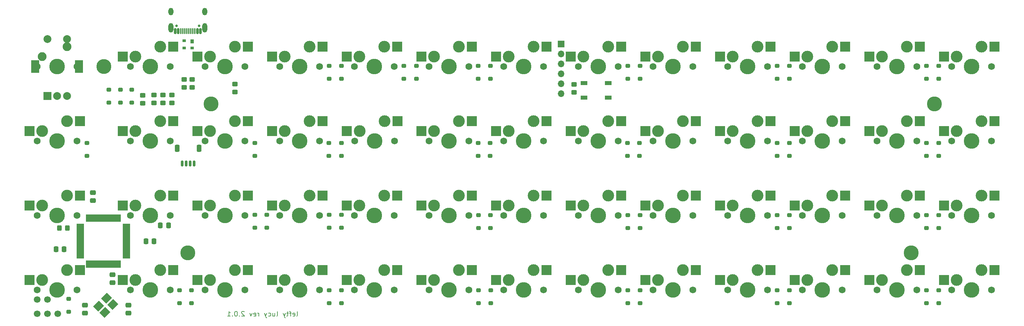
<source format=gbs>
G04 #@! TF.GenerationSoftware,KiCad,Pcbnew,(6.0.5-0)*
G04 #@! TF.CreationDate,2022-09-07T06:39:23-05:00*
G04 #@! TF.ProjectId,pcb,7063622e-6b69-4636-9164-5f7063625858,rev?*
G04 #@! TF.SameCoordinates,Original*
G04 #@! TF.FileFunction,Soldermask,Bot*
G04 #@! TF.FilePolarity,Negative*
%FSLAX46Y46*%
G04 Gerber Fmt 4.6, Leading zero omitted, Abs format (unit mm)*
G04 Created by KiCad (PCBNEW (6.0.5-0)) date 2022-09-07 06:39:23*
%MOMM*%
%LPD*%
G01*
G04 APERTURE LIST*
G04 Aperture macros list*
%AMRoundRect*
0 Rectangle with rounded corners*
0 $1 Rounding radius*
0 $2 $3 $4 $5 $6 $7 $8 $9 X,Y pos of 4 corners*
0 Add a 4 corners polygon primitive as box body*
4,1,4,$2,$3,$4,$5,$6,$7,$8,$9,$2,$3,0*
0 Add four circle primitives for the rounded corners*
1,1,$1+$1,$2,$3*
1,1,$1+$1,$4,$5*
1,1,$1+$1,$6,$7*
1,1,$1+$1,$8,$9*
0 Add four rect primitives between the rounded corners*
20,1,$1+$1,$2,$3,$4,$5,0*
20,1,$1+$1,$4,$5,$6,$7,0*
20,1,$1+$1,$6,$7,$8,$9,0*
20,1,$1+$1,$8,$9,$2,$3,0*%
%AMRotRect*
0 Rectangle, with rotation*
0 The origin of the aperture is its center*
0 $1 length*
0 $2 width*
0 $3 Rotation angle, in degrees counterclockwise*
0 Add horizontal line*
21,1,$1,$2,0,0,$3*%
G04 Aperture macros list end*
%ADD10C,0.200000*%
%ADD11C,3.000000*%
%ADD12C,1.750000*%
%ADD13C,3.987800*%
%ADD14R,2.550000X2.500000*%
%ADD15R,2.000000X2.000000*%
%ADD16C,2.000000*%
%ADD17R,2.000000X3.200000*%
%ADD18C,3.800000*%
%ADD19C,2.250000*%
%ADD20RoundRect,0.250000X0.475000X-0.337500X0.475000X0.337500X-0.475000X0.337500X-0.475000X-0.337500X0*%
%ADD21RoundRect,0.250000X0.350000X-0.250000X0.350000X0.250000X-0.350000X0.250000X-0.350000X-0.250000X0*%
%ADD22O,1.700000X1.700000*%
%ADD23R,1.700000X1.700000*%
%ADD24R,1.800000X1.100000*%
%ADD25RoundRect,0.200000X0.750000X0.250000X-0.750000X0.250000X-0.750000X-0.250000X0.750000X-0.250000X0*%
%ADD26RoundRect,0.200000X0.250000X0.750000X-0.250000X0.750000X-0.250000X-0.750000X0.250000X-0.750000X0*%
%ADD27RoundRect,0.250000X-0.475000X0.337500X-0.475000X-0.337500X0.475000X-0.337500X0.475000X0.337500X0*%
%ADD28RotRect,2.100000X1.800000X225.000000*%
%ADD29RoundRect,0.249999X0.450001X-0.325001X0.450001X0.325001X-0.450001X0.325001X-0.450001X-0.325001X0*%
%ADD30C,0.650000*%
%ADD31RoundRect,0.150000X-0.150000X-0.575000X0.150000X-0.575000X0.150000X0.575000X-0.150000X0.575000X0*%
%ADD32RoundRect,0.075000X-0.075000X-0.650000X0.075000X-0.650000X0.075000X0.650000X-0.075000X0.650000X0*%
%ADD33O,1.300000X2.400000*%
%ADD34O,1.300000X1.900000*%
%ADD35RoundRect,0.249999X-0.450001X0.325001X-0.450001X-0.325001X0.450001X-0.325001X0.450001X0.325001X0*%
%ADD36RoundRect,0.250000X0.337500X0.475000X-0.337500X0.475000X-0.337500X-0.475000X0.337500X-0.475000X0*%
%ADD37RoundRect,0.250000X-0.337500X-0.475000X0.337500X-0.475000X0.337500X0.475000X-0.337500X0.475000X0*%
%ADD38RoundRect,0.249999X-0.325001X-0.450001X0.325001X-0.450001X0.325001X0.450001X-0.325001X0.450001X0*%
%ADD39RoundRect,0.050000X-0.350000X0.500000X-0.350000X-0.500000X0.350000X-0.500000X0.350000X0.500000X0*%
%ADD40RoundRect,0.050000X-0.350000X0.300000X-0.350000X-0.300000X0.350000X-0.300000X0.350000X0.300000X0*%
%ADD41C,1.700000*%
%ADD42RoundRect,0.150000X-0.150000X-0.625000X0.150000X-0.625000X0.150000X0.625000X-0.150000X0.625000X0*%
%ADD43RoundRect,0.250000X-0.350000X-0.650000X0.350000X-0.650000X0.350000X0.650000X-0.350000X0.650000X0*%
G04 APERTURE END LIST*
D10*
X124173356Y-117065476D02*
X124292403Y-117005952D01*
X124351927Y-116886904D01*
X124351927Y-115815476D01*
X123220975Y-117005952D02*
X123340022Y-117065476D01*
X123578118Y-117065476D01*
X123697165Y-117005952D01*
X123756689Y-116886904D01*
X123756689Y-116410714D01*
X123697165Y-116291666D01*
X123578118Y-116232142D01*
X123340022Y-116232142D01*
X123220975Y-116291666D01*
X123161451Y-116410714D01*
X123161451Y-116529761D01*
X123756689Y-116648809D01*
X122804308Y-116232142D02*
X122328118Y-116232142D01*
X122625737Y-117065476D02*
X122625737Y-115994047D01*
X122566213Y-115875000D01*
X122447165Y-115815476D01*
X122328118Y-115815476D01*
X122090022Y-116232142D02*
X121613832Y-116232142D01*
X121911451Y-115815476D02*
X121911451Y-116886904D01*
X121851927Y-117005952D01*
X121732880Y-117065476D01*
X121613832Y-117065476D01*
X121316213Y-116232142D02*
X121018594Y-117065476D01*
X120720975Y-116232142D02*
X121018594Y-117065476D01*
X121137641Y-117363095D01*
X121197165Y-117422619D01*
X121316213Y-117482142D01*
X119113832Y-117065476D02*
X119232880Y-117005952D01*
X119292403Y-116886904D01*
X119292403Y-115815476D01*
X118101927Y-116232142D02*
X118101927Y-117065476D01*
X118637641Y-116232142D02*
X118637641Y-116886904D01*
X118578118Y-117005952D01*
X118459070Y-117065476D01*
X118280499Y-117065476D01*
X118161451Y-117005952D01*
X118101927Y-116946428D01*
X116970975Y-117005952D02*
X117090022Y-117065476D01*
X117328118Y-117065476D01*
X117447165Y-117005952D01*
X117506689Y-116946428D01*
X117566213Y-116827380D01*
X117566213Y-116470238D01*
X117506689Y-116351190D01*
X117447165Y-116291666D01*
X117328118Y-116232142D01*
X117090022Y-116232142D01*
X116970975Y-116291666D01*
X116554308Y-116232142D02*
X116256689Y-117065476D01*
X115959070Y-116232142D02*
X116256689Y-117065476D01*
X116375737Y-117363095D01*
X116435260Y-117422619D01*
X116554308Y-117482142D01*
X114530499Y-117065476D02*
X114530499Y-116232142D01*
X114530499Y-116470238D02*
X114470975Y-116351190D01*
X114411451Y-116291666D01*
X114292403Y-116232142D01*
X114173356Y-116232142D01*
X113280499Y-117005952D02*
X113399546Y-117065476D01*
X113637641Y-117065476D01*
X113756689Y-117005952D01*
X113816213Y-116886904D01*
X113816213Y-116410714D01*
X113756689Y-116291666D01*
X113637641Y-116232142D01*
X113399546Y-116232142D01*
X113280499Y-116291666D01*
X113220975Y-116410714D01*
X113220975Y-116529761D01*
X113816213Y-116648809D01*
X112804308Y-116232142D02*
X112506689Y-117065476D01*
X112209070Y-116232142D01*
X110840022Y-115934523D02*
X110780499Y-115875000D01*
X110661451Y-115815476D01*
X110363832Y-115815476D01*
X110244784Y-115875000D01*
X110185260Y-115934523D01*
X110125737Y-116053571D01*
X110125737Y-116172619D01*
X110185260Y-116351190D01*
X110899546Y-117065476D01*
X110125737Y-117065476D01*
X109590022Y-116946428D02*
X109530499Y-117005952D01*
X109590022Y-117065476D01*
X109649546Y-117005952D01*
X109590022Y-116946428D01*
X109590022Y-117065476D01*
X108756689Y-115815476D02*
X108637641Y-115815476D01*
X108518594Y-115875000D01*
X108459070Y-115934523D01*
X108399546Y-116053571D01*
X108340022Y-116291666D01*
X108340022Y-116589285D01*
X108399546Y-116827380D01*
X108459070Y-116946428D01*
X108518594Y-117005952D01*
X108637641Y-117065476D01*
X108756689Y-117065476D01*
X108875737Y-117005952D01*
X108935260Y-116946428D01*
X108994784Y-116827380D01*
X109054308Y-116589285D01*
X109054308Y-116291666D01*
X108994784Y-116053571D01*
X108935260Y-115934523D01*
X108875737Y-115875000D01*
X108756689Y-115815476D01*
X107804308Y-116946428D02*
X107744784Y-117005952D01*
X107804308Y-117065476D01*
X107863832Y-117005952D01*
X107804308Y-116946428D01*
X107804308Y-117065476D01*
X106554308Y-117065476D02*
X107268594Y-117065476D01*
X106911451Y-117065476D02*
X106911451Y-115815476D01*
X107030499Y-115994047D01*
X107149546Y-116113095D01*
X107268594Y-116172619D01*
D11*
X121180225Y-50653950D03*
D12*
X119910225Y-53193950D03*
D13*
X124990225Y-53193950D03*
D11*
X127530225Y-48113950D03*
D12*
X130070225Y-53193950D03*
D14*
X117905225Y-50653950D03*
X130832225Y-48113950D03*
D12*
X206270225Y-53193950D03*
D11*
X203730225Y-48113950D03*
X197380225Y-50653950D03*
D12*
X196110225Y-53193950D03*
D13*
X201190225Y-53193950D03*
D14*
X194105225Y-50653950D03*
X207032225Y-48113950D03*
D12*
X187220225Y-53193950D03*
D11*
X178330225Y-50653950D03*
X184680225Y-48113950D03*
D12*
X177060225Y-53193950D03*
D13*
X182140225Y-53193950D03*
D14*
X175055225Y-50653950D03*
X187982225Y-48113950D03*
D12*
X168170225Y-53193950D03*
D13*
X163090225Y-53193950D03*
D11*
X165630225Y-48113950D03*
X159280225Y-50653950D03*
D12*
X158010225Y-53193950D03*
D14*
X156005225Y-50653950D03*
X168932225Y-48113950D03*
D12*
X81810225Y-53193950D03*
D13*
X86890225Y-53193950D03*
D11*
X83080225Y-50653950D03*
X89430225Y-48113950D03*
D12*
X91970225Y-53193950D03*
D14*
X79805225Y-50653950D03*
X92732225Y-48113950D03*
D12*
X225320225Y-53193950D03*
D11*
X222780225Y-48113950D03*
D13*
X220240225Y-53193950D03*
D12*
X215160225Y-53193950D03*
D11*
X216430225Y-50653950D03*
D14*
X213155225Y-50653950D03*
X226082225Y-48113950D03*
D12*
X244370225Y-53193950D03*
D11*
X235480225Y-50653950D03*
X241830225Y-48113950D03*
D12*
X234210225Y-53193950D03*
D13*
X239290225Y-53193950D03*
D14*
X232205225Y-50653950D03*
X245132225Y-48113950D03*
D12*
X91970225Y-72243950D03*
D13*
X86890225Y-72243950D03*
D11*
X83080225Y-69703950D03*
D12*
X81810225Y-72243950D03*
D11*
X89430225Y-67163950D03*
D14*
X79805225Y-69703950D03*
X92732225Y-67163950D03*
D12*
X111020225Y-72243950D03*
D11*
X102130225Y-69703950D03*
D12*
X100860225Y-72243950D03*
D11*
X108480225Y-67163950D03*
D13*
X105940225Y-72243950D03*
D14*
X98855225Y-69703950D03*
X111782225Y-67163950D03*
D13*
X144045399Y-72243950D03*
D11*
X146585399Y-67163950D03*
D12*
X138965399Y-72243950D03*
X149125399Y-72243950D03*
D11*
X140235399Y-69703950D03*
D14*
X136960399Y-69703950D03*
X149887399Y-67163950D03*
D11*
X273580225Y-50653950D03*
D13*
X277390225Y-53193950D03*
D11*
X279930225Y-48113950D03*
D12*
X272310225Y-53193950D03*
X282470225Y-53193950D03*
D14*
X270305225Y-50653950D03*
X283232225Y-48113950D03*
D11*
X165630225Y-67163950D03*
X159280225Y-69703950D03*
D12*
X168170225Y-72243950D03*
X158010225Y-72243950D03*
D13*
X163090225Y-72243950D03*
D14*
X156005225Y-69703950D03*
X168932225Y-67163950D03*
D12*
X187220225Y-72243950D03*
D13*
X182140225Y-72243950D03*
D12*
X177060225Y-72243950D03*
D11*
X184680225Y-67163950D03*
X178330225Y-69703950D03*
D14*
X175055225Y-69703950D03*
X187982225Y-67163950D03*
D12*
X196110225Y-72243950D03*
D13*
X201190225Y-72243950D03*
D11*
X203730225Y-67163950D03*
D12*
X206270225Y-72243950D03*
D11*
X197380225Y-69703950D03*
D14*
X194105225Y-69703950D03*
X207032225Y-67163950D03*
D12*
X111020225Y-110343950D03*
D13*
X105940225Y-110343950D03*
D12*
X100860225Y-110343950D03*
D11*
X108480225Y-105263950D03*
X102130225Y-107803950D03*
D14*
X98855225Y-107803950D03*
X111782225Y-105263950D03*
D12*
X119910225Y-110343950D03*
D11*
X127530225Y-105263950D03*
D12*
X130070225Y-110343950D03*
D13*
X124990225Y-110343950D03*
D11*
X121180225Y-107803950D03*
D14*
X117905225Y-107803950D03*
X130832225Y-105263950D03*
D11*
X140230225Y-107803950D03*
X146580225Y-105263950D03*
D13*
X144040225Y-110343950D03*
D12*
X149120225Y-110343950D03*
X138960225Y-110343950D03*
D14*
X136955225Y-107803950D03*
X149882225Y-105263950D03*
D11*
X159280225Y-107803950D03*
D12*
X168170225Y-110343950D03*
D11*
X165630225Y-105263950D03*
D12*
X158010225Y-110343950D03*
D13*
X163090225Y-110343950D03*
D14*
X156005225Y-107803950D03*
X168932225Y-105263950D03*
D13*
X182140225Y-110343950D03*
D12*
X187220225Y-110343950D03*
D11*
X178330225Y-107803950D03*
X184680225Y-105263950D03*
D12*
X177060225Y-110343950D03*
D14*
X175055225Y-107803950D03*
X187982225Y-105263950D03*
D13*
X220240225Y-110343950D03*
D12*
X225320225Y-110343950D03*
D11*
X222780225Y-105263950D03*
D12*
X215160225Y-110343950D03*
D11*
X216430225Y-107803950D03*
D14*
X213155225Y-107803950D03*
X226082225Y-105263950D03*
D11*
X241830225Y-105263950D03*
X235480225Y-107803950D03*
D12*
X244370225Y-110343950D03*
X234210225Y-110343950D03*
D13*
X239290225Y-110343950D03*
D14*
X232205225Y-107803950D03*
X245132225Y-105263950D03*
D12*
X253260225Y-110343950D03*
D11*
X254530225Y-107803950D03*
X260880225Y-105263950D03*
D12*
X263420225Y-110343950D03*
D13*
X258340225Y-110343950D03*
D14*
X251255225Y-107803950D03*
X264182225Y-105263950D03*
D11*
X279930225Y-105263950D03*
D13*
X277390225Y-110343950D03*
D12*
X282470225Y-110343950D03*
X272310225Y-110343950D03*
D11*
X273580225Y-107803950D03*
D14*
X270305225Y-107803950D03*
X283232225Y-105263950D03*
D12*
X196110225Y-110343950D03*
X206270225Y-110343950D03*
D11*
X203730225Y-105263950D03*
D13*
X201190225Y-110343950D03*
D11*
X197380225Y-107803950D03*
D14*
X194105225Y-107803950D03*
X207032225Y-105263950D03*
D11*
X279930225Y-86213950D03*
D13*
X277390225Y-91293950D03*
D11*
X273580225Y-88753950D03*
D12*
X272310225Y-91293950D03*
X282470225Y-91293950D03*
D14*
X270305225Y-88753950D03*
X283232225Y-86213950D03*
D12*
X253260225Y-91293950D03*
D11*
X260880225Y-86213950D03*
D13*
X258340225Y-91293950D03*
D11*
X254530225Y-88753950D03*
D12*
X263420225Y-91293950D03*
D14*
X251255225Y-88753950D03*
X264182225Y-86213950D03*
D11*
X216430225Y-88753950D03*
D12*
X215160225Y-91293950D03*
D11*
X222780225Y-86213950D03*
D12*
X225320225Y-91293950D03*
D13*
X220240225Y-91293950D03*
D14*
X213155225Y-88753950D03*
X226082225Y-86213950D03*
D12*
X187220225Y-91293950D03*
X177060225Y-91293950D03*
D13*
X182140225Y-91293950D03*
D11*
X184680225Y-86213950D03*
X178330225Y-88753950D03*
D14*
X175055225Y-88753950D03*
X187982225Y-86213950D03*
D12*
X138960225Y-91293950D03*
D11*
X146580225Y-86213950D03*
D12*
X149120225Y-91293950D03*
D13*
X144040225Y-91293950D03*
D11*
X140230225Y-88753950D03*
D14*
X136955225Y-88753950D03*
X149882225Y-86213950D03*
D11*
X83080225Y-88753950D03*
X89430225Y-86213950D03*
D12*
X91970225Y-91293950D03*
X81810225Y-91293950D03*
D13*
X86890225Y-91293950D03*
D14*
X79805225Y-88753950D03*
X92732225Y-86213950D03*
D12*
X158010225Y-91293950D03*
D11*
X159280225Y-88753950D03*
X165630225Y-86213950D03*
D12*
X168170225Y-91293950D03*
D13*
X163090225Y-91293950D03*
D14*
X156005225Y-88753950D03*
X168932225Y-86213950D03*
D11*
X298980225Y-67163950D03*
D12*
X301520225Y-72243950D03*
D11*
X292630225Y-69703950D03*
D12*
X291360225Y-72243950D03*
D13*
X296440225Y-72243950D03*
D14*
X289355225Y-69703950D03*
X302282225Y-67163950D03*
D11*
X127530225Y-86213950D03*
D12*
X130070225Y-91293950D03*
D11*
X121180225Y-88753950D03*
D12*
X119910225Y-91293950D03*
D13*
X124990225Y-91293950D03*
D14*
X117905225Y-88753950D03*
X130832225Y-86213950D03*
D13*
X105940225Y-91293950D03*
D12*
X111020225Y-91293950D03*
D11*
X108480225Y-86213950D03*
X102130225Y-88753950D03*
D12*
X100860225Y-91293950D03*
D14*
X98855225Y-88753950D03*
X111782225Y-86213950D03*
D12*
X263420225Y-72243950D03*
D11*
X260880225Y-67163950D03*
D13*
X258340225Y-72243950D03*
D11*
X254530225Y-69703950D03*
D12*
X253260225Y-72243950D03*
D14*
X251255225Y-69703950D03*
X264182225Y-67163950D03*
D12*
X234210225Y-72243950D03*
D11*
X241830225Y-67163950D03*
D13*
X239290225Y-72243950D03*
D11*
X235480225Y-69703950D03*
D12*
X244370225Y-72243950D03*
D14*
X232205225Y-69703950D03*
X245132225Y-67163950D03*
D11*
X273580225Y-69703950D03*
D13*
X277390225Y-72243950D03*
D12*
X282470225Y-72243950D03*
D11*
X279930225Y-67163950D03*
D12*
X272310225Y-72243950D03*
D14*
X270305225Y-69703950D03*
X283232225Y-67163950D03*
D11*
X298980225Y-105263950D03*
D12*
X291360225Y-110343950D03*
D13*
X296440225Y-110343950D03*
D12*
X301520225Y-110343950D03*
D11*
X292630225Y-107803950D03*
D14*
X289355225Y-107803950D03*
X302282225Y-105263950D03*
D11*
X298980225Y-86213950D03*
X292630225Y-88753950D03*
D13*
X296440225Y-91293950D03*
D12*
X301520225Y-91293950D03*
X291360225Y-91293950D03*
D14*
X289355225Y-88753950D03*
X302282225Y-86213950D03*
D11*
X292630225Y-50653950D03*
D13*
X296440225Y-53193950D03*
D12*
X301520225Y-53193950D03*
X291360225Y-53193950D03*
D11*
X298980225Y-48113950D03*
D14*
X289355225Y-50653950D03*
X302282225Y-48113950D03*
D15*
X60577713Y-60693958D03*
D16*
X65577713Y-60693958D03*
X63077713Y-60693958D03*
D17*
X57477713Y-53193958D03*
X68677713Y-53193958D03*
D16*
X65577713Y-46193958D03*
X60577713Y-46193958D03*
D11*
X108480225Y-48113950D03*
X102130225Y-50653950D03*
D12*
X111020225Y-53193950D03*
X100860225Y-53193950D03*
D13*
X105940225Y-53193950D03*
D14*
X98855225Y-50653950D03*
X111782225Y-48113950D03*
D13*
X144040225Y-53193950D03*
D12*
X149120225Y-53193950D03*
D11*
X140230225Y-50653950D03*
D12*
X138960225Y-53193950D03*
D11*
X146580225Y-48113950D03*
D14*
X136955225Y-50653950D03*
X149882225Y-48113950D03*
D13*
X63077713Y-110344006D03*
D11*
X65617713Y-105264006D03*
D12*
X57997713Y-110344006D03*
X68157713Y-110344006D03*
D11*
X59267713Y-107804006D03*
D14*
X55992713Y-107804006D03*
X68919713Y-105264006D03*
D12*
X57997713Y-72243974D03*
D11*
X59267713Y-69703974D03*
X65617713Y-67163974D03*
D12*
X68157713Y-72243974D03*
D13*
X63077713Y-72243974D03*
D14*
X55992713Y-69703974D03*
X68919713Y-67163974D03*
D11*
X59267713Y-88753990D03*
X65617713Y-86213990D03*
D12*
X68157713Y-91293990D03*
D13*
X63077713Y-91293990D03*
D12*
X57997713Y-91293990D03*
D14*
X55992713Y-88753990D03*
X68919713Y-86213990D03*
D13*
X201190225Y-91293950D03*
D11*
X203730225Y-86213950D03*
D12*
X206270225Y-91293950D03*
X196110225Y-91293950D03*
D11*
X197380225Y-88753950D03*
D14*
X194105225Y-88753950D03*
X207032225Y-86213950D03*
D11*
X241830225Y-86213950D03*
D12*
X244370225Y-91293950D03*
D13*
X239290225Y-91293950D03*
D12*
X234210225Y-91293950D03*
D11*
X235480225Y-88753950D03*
D14*
X232205225Y-88753950D03*
X245132225Y-86213950D03*
D12*
X91970225Y-110343950D03*
D11*
X89430225Y-105263950D03*
D12*
X81810225Y-110343950D03*
D11*
X83080225Y-107803950D03*
D13*
X86890225Y-110343950D03*
D14*
X79805225Y-107803950D03*
X92732225Y-105263950D03*
D11*
X254530225Y-50653950D03*
X260880225Y-48113950D03*
D12*
X253260225Y-53193950D03*
D13*
X258340225Y-53193950D03*
D12*
X263420225Y-53193950D03*
D14*
X251255225Y-50653950D03*
X264182225Y-48113950D03*
D11*
X121180225Y-69703950D03*
X127530225Y-67163950D03*
D12*
X119910225Y-72243950D03*
D13*
X124990225Y-72243950D03*
D12*
X130070225Y-72243950D03*
D14*
X117905225Y-69703950D03*
X130832225Y-67163950D03*
D12*
X215160225Y-72243950D03*
D13*
X220240225Y-72243950D03*
D11*
X222780225Y-67163950D03*
D12*
X225320225Y-72243950D03*
D11*
X216430225Y-69703950D03*
D14*
X213155225Y-69703950D03*
X226082225Y-67163950D03*
D18*
X74983973Y-53193950D03*
X286915393Y-62718958D03*
X280962279Y-100818990D03*
X96415233Y-100818990D03*
X102368363Y-62718958D03*
D12*
X68157713Y-53193958D03*
D13*
X63077713Y-53193958D03*
D12*
X57997713Y-53193958D03*
D19*
X59267713Y-50653958D03*
X65617713Y-48113958D03*
D20*
X72200000Y-87506450D03*
X72200000Y-85431450D03*
D21*
X116590225Y-94443950D03*
X116590225Y-91143950D03*
X208590225Y-76043950D03*
X208590225Y-72743950D03*
X170490225Y-76043950D03*
X170490225Y-72743950D03*
X135581415Y-76043950D03*
X135581415Y-72743950D03*
X113490225Y-76043950D03*
X113490225Y-72743950D03*
X284890625Y-56306250D03*
X284890625Y-53006250D03*
X249881415Y-56306250D03*
X249881415Y-53006250D03*
X211781415Y-56306250D03*
X211781415Y-53006250D03*
X208681415Y-56306250D03*
X208681415Y-53006250D03*
X173651789Y-56333377D03*
X173651789Y-53033377D03*
X170476789Y-56333377D03*
X170476789Y-53033377D03*
X154751789Y-56306250D03*
X154751789Y-53006250D03*
X287990625Y-113750000D03*
X287990625Y-110450000D03*
X284890625Y-113750000D03*
X284890625Y-110450000D03*
X249890625Y-113713123D03*
X249890625Y-110413123D03*
X246790625Y-113706250D03*
X246790625Y-110406250D03*
X211783999Y-113706250D03*
X211783999Y-110406250D03*
X208700000Y-113706250D03*
X208700000Y-110406250D03*
X211790625Y-94506250D03*
X211790625Y-91206250D03*
X284890625Y-76043950D03*
X284890625Y-72743950D03*
X208690625Y-94506250D03*
X208690625Y-91206250D03*
X170585999Y-94506250D03*
X170585999Y-91206250D03*
X132490225Y-94443950D03*
X132490225Y-91143950D03*
X287990625Y-76043950D03*
X287990625Y-72743950D03*
X284890625Y-94506250D03*
X284890625Y-91206250D03*
X249890625Y-94506250D03*
X249890625Y-91206250D03*
X246790625Y-94506250D03*
X246790625Y-91206250D03*
X173690625Y-113706250D03*
X173690625Y-110406250D03*
X151576789Y-56306250D03*
X151576789Y-53006250D03*
X211690225Y-76043950D03*
X211690225Y-72743950D03*
D22*
X191665313Y-60143950D03*
X191665313Y-49983950D03*
X191665313Y-55063950D03*
X191665313Y-57603950D03*
X191665313Y-52523950D03*
D23*
X191665313Y-47443950D03*
D21*
X287990625Y-56306250D03*
X287990625Y-53006250D03*
X66000000Y-115950000D03*
X66000000Y-112650000D03*
X79200000Y-62443950D03*
X79200000Y-59143950D03*
X70700000Y-76043950D03*
X70700000Y-72743950D03*
D24*
X203690225Y-57443950D03*
X197490225Y-61143950D03*
X203690225Y-61143950D03*
X197490225Y-57443950D03*
D25*
X80765225Y-93868950D03*
X80765225Y-94668950D03*
X80765225Y-95468950D03*
X80765225Y-96268950D03*
X80765225Y-97068950D03*
X80765225Y-97868950D03*
X80765225Y-98668950D03*
X80765225Y-99468950D03*
X80765225Y-100268950D03*
X80765225Y-101068950D03*
X80765225Y-101868950D03*
D26*
X78865225Y-103768950D03*
X78065225Y-103768950D03*
X77265225Y-103768950D03*
X76465225Y-103768950D03*
X75665225Y-103768950D03*
X74865225Y-103768950D03*
X74065225Y-103768950D03*
X73265225Y-103768950D03*
X72465225Y-103768950D03*
X71665225Y-103768950D03*
X70865225Y-103768950D03*
D25*
X68965225Y-101868950D03*
X68965225Y-101068950D03*
X68965225Y-100268950D03*
X68965225Y-99468950D03*
X68965225Y-98668950D03*
X68965225Y-97868950D03*
X68965225Y-97068950D03*
X68965225Y-96268950D03*
X68965225Y-95468950D03*
X68965225Y-94668950D03*
X68965225Y-93868950D03*
D26*
X70865225Y-91968950D03*
X71665225Y-91968950D03*
X72465225Y-91968950D03*
X73265225Y-91968950D03*
X74065225Y-91968950D03*
X74865225Y-91968950D03*
X75665225Y-91968950D03*
X76465225Y-91968950D03*
X77265225Y-91968950D03*
X78065225Y-91968950D03*
X78865225Y-91968950D03*
D27*
X77165225Y-106431450D03*
X77165225Y-108506450D03*
X70165225Y-114231450D03*
X70165225Y-116306450D03*
X81265225Y-114231450D03*
X81265225Y-116306450D03*
D28*
X77303703Y-114056818D03*
X75253093Y-116107428D03*
X73626747Y-114481082D03*
X75677357Y-112430472D03*
D29*
X92390225Y-62518950D03*
X92390225Y-60468950D03*
D30*
X93525217Y-42765450D03*
X99305217Y-42765450D03*
D31*
X93165217Y-44091450D03*
X93965217Y-44091450D03*
D32*
X95165217Y-44091450D03*
X96161217Y-44091450D03*
X96665217Y-44091450D03*
X97665217Y-44091450D03*
D31*
X99665217Y-44091450D03*
X98865217Y-44091450D03*
D32*
X98165217Y-44091450D03*
X97165217Y-44091450D03*
X95665217Y-44091450D03*
X94665217Y-44091450D03*
D33*
X100715217Y-43316450D03*
D34*
X100715217Y-39116450D03*
X92115217Y-39116450D03*
D33*
X92115217Y-43316450D03*
D29*
X97490625Y-58518950D03*
X97490625Y-56468950D03*
X84940225Y-62568950D03*
X84940225Y-60518950D03*
D35*
X90090225Y-60468950D03*
X90090225Y-62518950D03*
D29*
X87790225Y-62518950D03*
X87790225Y-60468950D03*
D21*
X135590625Y-113706250D03*
X135590625Y-110406250D03*
X132490625Y-113713123D03*
X132490625Y-110413123D03*
D36*
X64837500Y-99900000D03*
X62762500Y-99900000D03*
D29*
X95490625Y-58518950D03*
X95490625Y-56468950D03*
D37*
X89412500Y-93850000D03*
X91487500Y-93850000D03*
X85727725Y-97900000D03*
X87802725Y-97900000D03*
D38*
X63640225Y-94500000D03*
X65690225Y-94500000D03*
D21*
X82090225Y-62443950D03*
X82090225Y-59143950D03*
X94290225Y-113743950D03*
X94290225Y-110443950D03*
X97390225Y-113743950D03*
X97390225Y-110443950D03*
X170590625Y-113706250D03*
X170590625Y-110406250D03*
X135590225Y-94443950D03*
X135590225Y-91143950D03*
X173650000Y-94506250D03*
X173650000Y-91206250D03*
X287990625Y-94506250D03*
X287990625Y-91206250D03*
X113490225Y-94443950D03*
X113490225Y-91143950D03*
X135581415Y-56306250D03*
X135581415Y-53006250D03*
X76300000Y-62443950D03*
X76300000Y-59143950D03*
X246781415Y-56306250D03*
X246781415Y-53006250D03*
X132490625Y-56299950D03*
X132490625Y-52999950D03*
D29*
X194990225Y-59818950D03*
X194990225Y-57768950D03*
D21*
X249881415Y-76043950D03*
X249881415Y-72743950D03*
X246781415Y-76043950D03*
X246781415Y-72743950D03*
X173590225Y-76043950D03*
X173590225Y-72743950D03*
X132431415Y-76043950D03*
X132431415Y-72743950D03*
D29*
X108465225Y-59693950D03*
X108465225Y-57643950D03*
D39*
X97490625Y-46743950D03*
D40*
X97490625Y-48443950D03*
X95490625Y-48443950D03*
X95490625Y-46543950D03*
D41*
X58000000Y-116400000D03*
X60600000Y-116400000D03*
X63200000Y-116400000D03*
X58000000Y-112768958D03*
X60600000Y-112768958D03*
D42*
X94990225Y-77993950D03*
X95990225Y-77993950D03*
X96990225Y-77993950D03*
X97990225Y-77993950D03*
D43*
X99290225Y-74118950D03*
X93690225Y-74118950D03*
M02*

</source>
